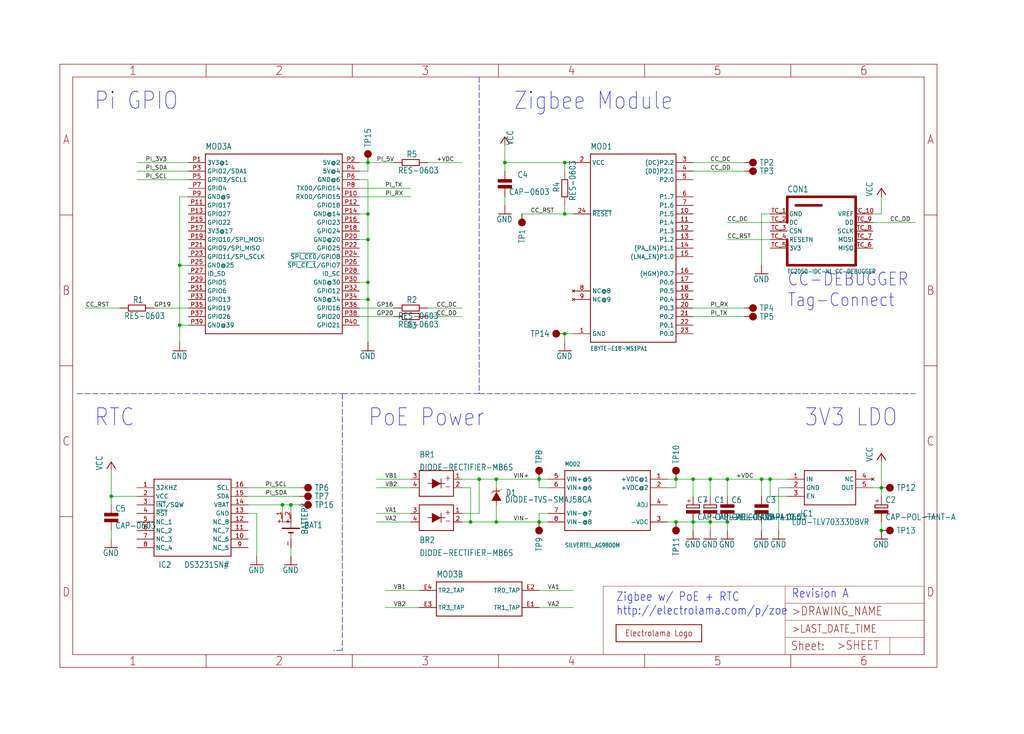
<source format=kicad_sch>
(kicad_sch (version 20211123) (generator eeschema)
  (paper "User" 303.987 217.881)
  (lib_symbols
    (symbol "schematicEagle-eagle-import:A4L-LOC"
      (symbol "A4L-LOC_0_0"
        (polyline (pts (xy 0 44.7675) (xy 3.81 44.7675)))
        (polyline (pts (xy 0 89.535) (xy 3.81 89.535)))
        (polyline (pts (xy 0 134.3025) (xy 3.81 134.3025)))
        (polyline (pts (xy 3.81 3.81) (xy 3.81 175.26)))
        (polyline (pts (xy 43.3917 0) (xy 43.3917 3.81)))
        (polyline (pts (xy 43.3917 175.26) (xy 43.3917 179.07)))
        (polyline (pts (xy 86.7833 0) (xy 86.7833 3.81)))
        (polyline (pts (xy 86.7833 175.26) (xy 86.7833 179.07)))
        (polyline (pts (xy 130.175 0) (xy 130.175 3.81)))
        (polyline (pts (xy 130.175 175.26) (xy 130.175 179.07)))
        (polyline (pts (xy 173.5667 0) (xy 173.5667 3.81)))
        (polyline (pts (xy 173.5667 175.26) (xy 173.5667 179.07)))
        (polyline (pts (xy 216.9583 0) (xy 216.9583 3.81)))
        (polyline (pts (xy 216.9583 175.26) (xy 216.9583 179.07)))
        (polyline (pts (xy 256.54 3.81) (xy 3.81 3.81)))
        (polyline (pts (xy 256.54 3.81) (xy 256.54 175.26)))
        (polyline (pts (xy 256.54 44.7675) (xy 260.35 44.7675)))
        (polyline (pts (xy 256.54 89.535) (xy 260.35 89.535)))
        (polyline (pts (xy 256.54 134.3025) (xy 260.35 134.3025)))
        (polyline (pts (xy 256.54 175.26) (xy 3.81 175.26)))
        (polyline (pts (xy 0 0) (xy 260.35 0) (xy 260.35 179.07) (xy 0 179.07) (xy 0 0)))
        (text "1" (at 21.6958 1.905 0) (effects (font (size 2.54 2.286))))
        (text "1" (at 21.6958 177.165 0) (effects (font (size 2.54 2.286))))
        (text "2" (at 65.0875 1.905 0) (effects (font (size 2.54 2.286))))
        (text "2" (at 65.0875 177.165 0) (effects (font (size 2.54 2.286))))
        (text "3" (at 108.4792 1.905 0) (effects (font (size 2.54 2.286))))
        (text "3" (at 108.4792 177.165 0) (effects (font (size 2.54 2.286))))
        (text "4" (at 151.8708 1.905 0) (effects (font (size 2.54 2.286))))
        (text "4" (at 151.8708 177.165 0) (effects (font (size 2.54 2.286))))
        (text "5" (at 195.2625 1.905 0) (effects (font (size 2.54 2.286))))
        (text "5" (at 195.2625 177.165 0) (effects (font (size 2.54 2.286))))
        (text "6" (at 238.6542 1.905 0) (effects (font (size 2.54 2.286))))
        (text "6" (at 238.6542 177.165 0) (effects (font (size 2.54 2.286))))
        (text "A" (at 1.905 156.6863 0) (effects (font (size 2.54 2.286))))
        (text "A" (at 258.445 156.6863 0) (effects (font (size 2.54 2.286))))
        (text "B" (at 1.905 111.9188 0) (effects (font (size 2.54 2.286))))
        (text "B" (at 258.445 111.9188 0) (effects (font (size 2.54 2.286))))
        (text "C" (at 1.905 67.1513 0) (effects (font (size 2.54 2.286))))
        (text "C" (at 258.445 67.1513 0) (effects (font (size 2.54 2.286))))
        (text "D" (at 1.905 22.3838 0) (effects (font (size 2.54 2.286))))
        (text "D" (at 258.445 22.3838 0) (effects (font (size 2.54 2.286))))
      )
      (symbol "A4L-LOC_1_0"
        (polyline (pts (xy 161.29 3.81) (xy 161.29 24.13)) (stroke (width 0.1016)))
        (polyline (pts (xy 161.29 24.13) (xy 215.265 24.13)) (stroke (width 0.1016)))
        (polyline (pts (xy 215.265 8.89) (xy 215.265 3.81)) (stroke (width 0.1016)))
        (polyline (pts (xy 215.265 8.89) (xy 215.265 13.97)) (stroke (width 0.1016)))
        (polyline (pts (xy 215.265 13.97) (xy 215.265 19.05)) (stroke (width 0.1016)))
        (polyline (pts (xy 215.265 13.97) (xy 256.54 13.97)) (stroke (width 0.1016)))
        (polyline (pts (xy 215.265 19.05) (xy 215.265 24.13)) (stroke (width 0.1016)))
        (polyline (pts (xy 215.265 19.05) (xy 256.54 19.05)) (stroke (width 0.1016)))
        (polyline (pts (xy 215.265 24.13) (xy 256.54 24.13)) (stroke (width 0.1016)))
        (polyline (pts (xy 246.38 3.81) (xy 246.38 8.89)) (stroke (width 0.1016)))
        (polyline (pts (xy 246.38 8.89) (xy 215.265 8.89)) (stroke (width 0.1016)))
        (polyline (pts (xy 246.38 8.89) (xy 256.54 8.89)) (stroke (width 0.1016)))
        (polyline (pts (xy 256.54 3.81) (xy 256.54 8.89)) (stroke (width 0.1016)))
        (polyline (pts (xy 256.54 8.89) (xy 256.54 13.97)) (stroke (width 0.1016)))
        (polyline (pts (xy 256.54 13.97) (xy 256.54 19.05)) (stroke (width 0.1016)))
        (polyline (pts (xy 256.54 19.05) (xy 256.54 24.13)) (stroke (width 0.1016)))
        (text ">DRAWING_NAME" (at 217.17 15.24 0) (effects (font (size 2.54 2.159)) (justify left bottom)))
        (text ">LAST_DATE_TIME" (at 217.17 10.16 0) (effects (font (size 2.286 1.9431)) (justify left bottom)))
        (text ">SHEET" (at 230.505 5.08 0) (effects (font (size 2.54 2.159)) (justify left bottom)))
        (text "Sheet:" (at 216.916 4.953 0) (effects (font (size 2.54 2.159)) (justify left bottom)))
      )
    )
    (symbol "schematicEagle-eagle-import:BATTERY"
      (property "Reference" "BAT" (at -1.27 3.175 0))
      (property "Value" "BATTERY" (at -1.27 -5.08 0))
      (symbol "BATTERY_1_0"
        (polyline (pts (xy -2.54 0) (xy -0.635 0)) (stroke (width 0.1524)))
        (polyline (pts (xy -0.635 0) (xy -0.635 -0.635)) (stroke (width 0.4064)))
        (polyline (pts (xy -0.635 0.635) (xy -0.635 0)) (stroke (width 0.4064)))
        (polyline (pts (xy 0.635 0) (xy 0.635 -2.54)) (stroke (width 0.4064)))
        (polyline (pts (xy 0.635 0) (xy 2.54 0)) (stroke (width 0.1524)))
        (polyline (pts (xy 0.635 2.54) (xy 0.635 0)) (stroke (width 0.4064)))
        (polyline (pts (xy 2.54 0) (xy 2.54 2.54)) (stroke (width 0.1524)))
        (pin passive line (at 5.08 2.54 180) (length 2.54) (name "+1") (number "+_1"))
        (pin passive line (at 5.08 0 180) (length 2.54) (name "+2") (number "+_2"))
        (pin passive line (at -5.08 0 0) (length 2.54) (name "-") (number "-"))
      )
    )
    (symbol "schematicEagle-eagle-import:CAP-0603"
      (property "Reference" "C" (at 1.143 0.4826 0))
      (property "Value" "CAP-0603" (at 1.143 -4.5974 0))
      (symbol "CAP-0603_1_0"
        (rectangle (start -2.032 -2.54) (end 2.032 -1.651) (fill (type outline)))
        (rectangle (start -2.032 -0.7937) (end 2.032 0.0952) (fill (type outline)))
        (pin passive line (at 0 2.54 270) (length 2.54) (name "1") (number "1"))
        (pin passive line (at 0 -5.08 90) (length 2.54) (name "2") (number "2"))
      )
    )
    (symbol "schematicEagle-eagle-import:CAP-POL-ELCO-D8-L10.5"
      (property "Reference" "C" (at 1.143 0.4826 0))
      (property "Value" "CAP-POL-ELCO-D8-L10.5" (at 1.143 -4.5974 0))
      (symbol "CAP-POL-ELCO-D8-L10.5_1_0"
        (rectangle (start -2.032 -2.54) (end 2.032 -1.651) (fill (type outline)))
        (polyline (pts (xy -1.905 -0.889) (xy 1.905 -0.889)) (stroke (width 0.254)))
        (polyline (pts (xy -1.905 0) (xy -1.905 -0.889)) (stroke (width 0.254)))
        (polyline (pts (xy -1.905 0) (xy 1.905 0)) (stroke (width 0.254)))
        (polyline (pts (xy 1.905 -0.889) (xy 1.905 0)) (stroke (width 0.254)))
        (text "+" (at -0.5842 0.4064 900) (effects (font (size 1.27 1.0795)) (justify left bottom)))
        (pin passive line (at 0 2.54 270) (length 2.54) (name "+") (number "+"))
        (pin passive line (at 0 -5.08 90) (length 2.54) (name "-") (number "-"))
      )
    )
    (symbol "schematicEagle-eagle-import:CAP-POL-TANT-A"
      (property "Reference" "C" (at 1.143 0.4826 0))
      (property "Value" "CAP-POL-TANT-A" (at 1.143 -4.5974 0))
      (symbol "CAP-POL-TANT-A_1_0"
        (rectangle (start -2.032 -2.54) (end 2.032 -1.651) (fill (type outline)))
        (polyline (pts (xy -1.905 -0.889) (xy 1.905 -0.889)) (stroke (width 0.254)))
        (polyline (pts (xy -1.905 0) (xy -1.905 -0.889)) (stroke (width 0.254)))
        (polyline (pts (xy -1.905 0) (xy 1.905 0)) (stroke (width 0.254)))
        (polyline (pts (xy 1.905 -0.889) (xy 1.905 0)) (stroke (width 0.254)))
        (text "+" (at -0.5842 0.4064 900) (effects (font (size 1.27 1.0795)) (justify left bottom)))
        (pin passive line (at 0 2.54 270) (length 2.54) (name "+") (number "+"))
        (pin passive line (at 0 -5.08 90) (length 2.54) (name "-") (number "-"))
      )
    )
    (symbol "schematicEagle-eagle-import:DIODE-RECTIFIER-MB6S"
      (property "Reference" "BR" (at -5.08 6.35 0))
      (property "Value" "DIODE-RECTIFIER-MB6S" (at -5.08 -5.08 0))
      (symbol "DIODE-RECTIFIER-MB6S_1_0"
        (polyline (pts (xy -5.08 5.08) (xy -5.08 -2.54)) (stroke (width 0.254)))
        (polyline (pts (xy -5.08 5.08) (xy 5.08 5.08)) (stroke (width 0.254)))
        (polyline (pts (xy -2.54 1.27) (xy 2.54 1.27)) (stroke (width 0.2032)))
        (polyline (pts (xy 1.397 2.667) (xy 1.397 -0.127)) (stroke (width 0.2032)))
        (polyline (pts (xy 5.08 -2.54) (xy -5.08 -2.54)) (stroke (width 0.254)))
        (polyline (pts (xy 5.08 -2.54) (xy 5.08 5.08)) (stroke (width 0.254)))
        (polyline (pts (xy -1.27 2.667) (xy -1.27 -0.127) (xy 1.27 1.27)) (fill (type outline)))
        (text "+" (at 4.445 1.905 0) (effects (font (size 1.778 1.5113)) (justify right bottom)))
        (text "-" (at 4.445 -0.635 0) (effects (font (size 1.778 1.5113)) (justify right bottom)))
        (text "~" (at -4.445 -0.635 0) (effects (font (size 2.286 1.9431)) (justify left bottom)))
        (text "~" (at -4.445 1.905 0) (effects (font (size 2.286 1.9431)) (justify left bottom)))
        (pin bidirectional line (at 7.62 2.54 180) (length 2.54) (name "+") (number "1"))
        (pin bidirectional line (at 7.62 0 180) (length 2.54) (name "-") (number "2"))
        (pin bidirectional line (at -7.62 2.54 0) (length 2.54) (name "~{@3}") (number "3"))
        (pin bidirectional line (at -7.62 0 0) (length 2.54) (name "~{@4}") (number "4"))
      )
    )
    (symbol "schematicEagle-eagle-import:DIODE-TVS-SMAJ58CA"
      (property "Reference" "D" (at -2.3114 2.6416 0))
      (property "Value" "DIODE-TVS-SMAJ58CA" (at -2.5654 -4.4958 0))
      (symbol "DIODE-TVS-SMAJ58CA_1_0"
        (polyline (pts (xy 1.397 -0.889) (xy 1.651 -0.889)) (stroke (width 0.127)))
        (polyline (pts (xy 1.397 0.889) (xy 1.397 -0.889)) (stroke (width 0.127)))
        (polyline (pts (xy 1.397 0.889) (xy 1.651 0.889)) (stroke (width 0.127)))
        (polyline (pts (xy 1.524 0.889) (xy 0.889 1.524)) (stroke (width 0.127)))
        (polyline (pts (xy 1.651 0.889) (xy 1.651 -0.889)) (stroke (width 0.127)))
        (polyline (pts (xy 2.159 -1.524) (xy 1.524 -0.889)) (stroke (width 0.127)))
        (polyline (pts (xy -1.27 1.397) (xy -1.27 -1.397) (xy 1.27 0)) (fill (type outline)))
        (pin passive line (at 2.54 0 180) (length 2.54) (name "C") (number "1"))
        (pin passive line (at -2.54 0 0) (length 2.54) (name "A") (number "2"))
      )
    )
    (symbol "schematicEagle-eagle-import:DS3231SN#"
      (property "Reference" "IC" (at 29.21 7.62 0))
      (property "Value" "DS3231SN#" (at 29.21 5.08 0))
      (symbol "DS3231SN#_1_0"
        (polyline (pts (xy 5.08 2.54) (xy 5.08 -20.32)) (stroke (width 0.254)))
        (polyline (pts (xy 5.08 2.54) (xy 27.94 2.54)) (stroke (width 0.254)))
        (polyline (pts (xy 27.94 -20.32) (xy 5.08 -20.32)) (stroke (width 0.254)))
        (polyline (pts (xy 27.94 -20.32) (xy 27.94 2.54)) (stroke (width 0.254)))
        (pin bidirectional line (at 0 0 0) (length 5.08) (name "32KHZ") (number "1"))
        (pin bidirectional line (at 33.02 -15.24 180) (length 5.08) (name "NC_6") (number "10"))
        (pin bidirectional line (at 33.02 -12.7 180) (length 5.08) (name "NC_7") (number "11"))
        (pin bidirectional line (at 33.02 -10.16 180) (length 5.08) (name "NC_8") (number "12"))
        (pin power_in line (at 33.02 -7.62 180) (length 5.08) (name "GND") (number "13"))
        (pin bidirectional line (at 33.02 -5.08 180) (length 5.08) (name "VBAT") (number "14"))
        (pin bidirectional line (at 33.02 -2.54 180) (length 5.08) (name "SDA") (number "15"))
        (pin bidirectional line (at 33.02 0 180) (length 5.08) (name "SCL") (number "16"))
        (pin power_in line (at 0 -2.54 0) (length 5.08) (name "VCC") (number "2"))
        (pin input line (at 0 -5.08 0) (length 5.08) (name "~{INT}/SQW") (number "3"))
        (pin input line (at 0 -7.62 0) (length 5.08) (name "~{RST}") (number "4"))
        (pin bidirectional line (at 0 -10.16 0) (length 5.08) (name "NC_1") (number "5"))
        (pin bidirectional line (at 0 -12.7 0) (length 5.08) (name "NC_2") (number "6"))
        (pin bidirectional line (at 0 -15.24 0) (length 5.08) (name "NC_3") (number "7"))
        (pin bidirectional line (at 0 -17.78 0) (length 5.08) (name "NC_4") (number "8"))
        (pin bidirectional line (at 33.02 -17.78 180) (length 5.08) (name "NC_5") (number "9"))
      )
    )
    (symbol "schematicEagle-eagle-import:EBYTE-E18-MS1PA1"
      (property "Reference" "MOD" (at -12.7 29.21 0))
      (property "Value" "EBYTE-E18-MS1PA1" (at -12.7 -30.48 0))
      (symbol "EBYTE-E18-MS1PA1_1_0"
        (polyline (pts (xy -12.7 -27.94) (xy 12.7 -27.94)) (stroke (width 0.254)))
        (polyline (pts (xy -12.7 27.94) (xy -12.7 -27.94)) (stroke (width 0.254)))
        (polyline (pts (xy 12.7 -27.94) (xy 12.7 27.94)) (stroke (width 0.254)))
        (polyline (pts (xy 12.7 27.94) (xy -12.7 27.94)) (stroke (width 0.254)))
        (pin power_in line (at -17.78 -25.4 0) (length 5.08) (name "GND") (number "1"))
        (pin bidirectional line (at 17.78 10.16 180) (length 5.08) (name "P1.5") (number "10"))
        (pin bidirectional line (at 17.78 7.62 180) (length 5.08) (name "P1.4") (number "11"))
        (pin bidirectional line (at 17.78 5.08 180) (length 5.08) (name "P1.3") (number "12"))
        (pin bidirectional line (at 17.78 2.54 180) (length 5.08) (name "P1.2") (number "13"))
        (pin output line (at 17.78 0 180) (length 5.08) (name "(PA_EN)P1.1") (number "14"))
        (pin output line (at 17.78 -2.54 180) (length 5.08) (name "(LNA_EN)P1.0") (number "15"))
        (pin output line (at 17.78 -7.62 180) (length 5.08) (name "(HGM)P0.7") (number "16"))
        (pin bidirectional line (at 17.78 -10.16 180) (length 5.08) (name "P0.6") (number "17"))
        (pin bidirectional line (at 17.78 -12.7 180) (length 5.08) (name "P0.5") (number "18"))
        (pin bidirectional line (at 17.78 -15.24 180) (length 5.08) (name "P0.4") (number "19"))
        (pin power_in line (at -17.78 25.4 0) (length 5.08) (name "VCC") (number "2"))
        (pin bidirectional line (at 17.78 -17.78 180) (length 5.08) (name "P0.3") (number "20"))
        (pin bidirectional line (at 17.78 -20.32 180) (length 5.08) (name "P0.2") (number "21"))
        (pin bidirectional line (at 17.78 -22.86 180) (length 5.08) (name "P0.1") (number "22"))
        (pin bidirectional line (at 17.78 -25.4 180) (length 5.08) (name "P0.0") (number "23"))
        (pin input line (at -17.78 10.16 0) (length 5.08) (name "~{RESET}") (number "24"))
        (pin bidirectional line (at 17.78 25.4 180) (length 5.08) (name "(DC)P2.2") (number "3"))
        (pin bidirectional line (at 17.78 22.86 180) (length 5.08) (name "(DD)P2.1") (number "4"))
        (pin bidirectional line (at 17.78 20.32 180) (length 5.08) (name "P2.0") (number "5"))
        (pin bidirectional line (at 17.78 15.24 180) (length 5.08) (name "P1.7") (number "6"))
        (pin bidirectional line (at 17.78 12.7 180) (length 5.08) (name "P1.6") (number "7"))
        (pin no_connect line (at -17.78 -12.7 0) (length 5.08) (name "NC@8") (number "8"))
        (pin no_connect line (at -17.78 -15.24 0) (length 5.08) (name "NC@9") (number "9"))
      )
    )
    (symbol "schematicEagle-eagle-import:GND" (power)
      (property "Value" "GND" (at -2.54 -2.54 0))
      (symbol "GND_1_0"
        (polyline (pts (xy -1.905 0) (xy 1.905 0)) (stroke (width 0.254)))
        (pin power_in line (at 0 2.54 270) (length 2.54) (name "GND") (number "1"))
      )
    )
    (symbol "schematicEagle-eagle-import:LDO-TLV70333DBVR"
      (property "Reference" "IC" (at 21.59 7.62 0))
      (property "Value" "LDO-TLV70333DBVR" (at 21.59 5.08 0))
      (symbol "LDO-TLV70333DBVR_1_0"
        (polyline (pts (xy 5.08 2.54) (xy 5.08 -7.62)) (stroke (width 0.254)))
        (polyline (pts (xy 5.08 2.54) (xy 20.32 2.54)) (stroke (width 0.254)))
        (polyline (pts (xy 20.32 -7.62) (xy 5.08 -7.62)) (stroke (width 0.254)))
        (polyline (pts (xy 20.32 -7.62) (xy 20.32 2.54)) (stroke (width 0.254)))
        (pin bidirectional line (at 0 0 0) (length 5.08) (name "IN") (number "1"))
        (pin bidirectional line (at 0 -2.54 0) (length 5.08) (name "GND") (number "2"))
        (pin bidirectional line (at 0 -5.08 0) (length 5.08) (name "EN") (number "3"))
        (pin no_connect line (at 25.4 0 180) (length 5.08) (name "NC") (number "4"))
        (pin bidirectional line (at 25.4 -2.54 180) (length 5.08) (name "OUT") (number "5"))
      )
    )
    (symbol "schematicEagle-eagle-import:LOGO-ELECTROLAMA"
      (symbol "LOGO-ELECTROLAMA_1_0"
        (polyline (pts (xy -12.7 -2.54) (xy 12.7 -2.54)) (stroke (width 0.254)))
        (polyline (pts (xy -12.7 2.54) (xy -12.7 -2.54)) (stroke (width 0.254)))
        (polyline (pts (xy 12.7 -2.54) (xy 12.7 2.54)) (stroke (width 0.254)))
        (polyline (pts (xy 12.7 2.54) (xy -12.7 2.54)) (stroke (width 0.254)))
        (text "Electrolama Logo" (at 0 0 0) (effects (font (size 1.778 1.5113))))
      )
    )
    (symbol "schematicEagle-eagle-import:RES-0603"
      (property "Reference" "R" (at -3.81 1.4986 0))
      (property "Value" "RES-0603" (at -3.81 -3.302 0))
      (symbol "RES-0603_1_0"
        (polyline (pts (xy -2.54 -0.889) (xy -2.54 0.889)) (stroke (width 0.254)))
        (polyline (pts (xy -2.54 -0.889) (xy 2.54 -0.889)) (stroke (width 0.254)))
        (polyline (pts (xy 2.54 -0.889) (xy 2.54 0.889)) (stroke (width 0.254)))
        (polyline (pts (xy 2.54 0.889) (xy -2.54 0.889)) (stroke (width 0.254)))
        (pin passive line (at -5.08 0 0) (length 2.54) (name "1") (number "1"))
        (pin passive line (at 5.08 0 180) (length 2.54) (name "2") (number "2"))
      )
    )
    (symbol "schematicEagle-eagle-import:RPI-HAT-FULL"
      (property "Reference" "MOD" (at -12.7 6.35 0))
      (symbol "RPI-HAT-FULL_1_0"
        (polyline (pts (xy -20.32 -27.94) (xy 20.32 -27.94)) (stroke (width 0.254)))
        (polyline (pts (xy -20.32 25.4) (xy -20.32 -27.94)) (stroke (width 0.254)))
        (polyline (pts (xy 20.32 -27.94) (xy 20.32 25.4)) (stroke (width 0.254)))
        (polyline (pts (xy 20.32 25.4) (xy -20.32 25.4)) (stroke (width 0.254)))
        (pin bidirectional line (at -25.4 22.86 0) (length 5.08) (name "3V3@1") (number "P1"))
        (pin bidirectional line (at 25.4 12.7 180) (length 5.08) (name "RXD0/GPIO15") (number "P10"))
        (pin bidirectional line (at -25.4 10.16 0) (length 5.08) (name "GPIO17") (number "P11"))
        (pin bidirectional line (at 25.4 10.16 180) (length 5.08) (name "GPIO18") (number "P12"))
        (pin bidirectional line (at -25.4 7.62 0) (length 5.08) (name "GPIO27") (number "P13"))
        (pin bidirectional line (at 25.4 7.62 180) (length 5.08) (name "GND@14") (number "P14"))
        (pin bidirectional line (at -25.4 5.08 0) (length 5.08) (name "GPIO22") (number "P15"))
        (pin bidirectional line (at 25.4 5.08 180) (length 5.08) (name "GPIO23") (number "P16"))
        (pin bidirectional line (at -25.4 2.54 0) (length 5.08) (name "3V3@17") (number "P17"))
        (pin bidirectional line (at 25.4 2.54 180) (length 5.08) (name "GPIO24") (number "P18"))
        (pin bidirectional line (at -25.4 0 0) (length 5.08) (name "GPIO10/SPI_MOSI") (number "P19"))
        (pin bidirectional line (at 25.4 22.86 180) (length 5.08) (name "5V@2") (number "P2"))
        (pin bidirectional line (at 25.4 0 180) (length 5.08) (name "GND@20") (number "P20"))
        (pin bidirectional line (at -25.4 -2.54 0) (length 5.08) (name "GPIO9/SPI_MISO") (number "P21"))
        (pin bidirectional line (at 25.4 -2.54 180) (length 5.08) (name "GPIO25") (number "P22"))
        (pin bidirectional line (at -25.4 -5.08 0) (length 5.08) (name "GPIO11/SPI_SCLK") (number "P23"))
        (pin bidirectional line (at 25.4 -5.08 180) (length 5.08) (name "~{SPI_CE0}/GPIO8") (number "P24"))
        (pin bidirectional line (at -25.4 -7.62 0) (length 5.08) (name "GND@25") (number "P25"))
        (pin bidirectional line (at 25.4 -7.62 180) (length 5.08) (name "~{SPI_CE_1}/GPIO7") (number "P26"))
        (pin bidirectional line (at -25.4 -10.16 0) (length 5.08) (name "ID_SD") (number "P27"))
        (pin bidirectional line (at 25.4 -10.16 180) (length 5.08) (name "ID_SC") (number "P28"))
        (pin bidirectional line (at -25.4 -12.7 0) (length 5.08) (name "GPIO5") (number "P29"))
        (pin bidirectional line (at -25.4 20.32 0) (length 5.08) (name "GPIO2/SDA1") (number "P3"))
        (pin bidirectional line (at 25.4 -12.7 180) (length 5.08) (name "GND@30") (number "P30"))
        (pin bidirectional line (at -25.4 -15.24 0) (length 5.08) (name "GPIO6") (number "P31"))
        (pin bidirectional line (at 25.4 -15.24 180) (length 5.08) (name "GPIO12") (number "P32"))
        (pin bidirectional line (at -25.4 -17.78 0) (length 5.08) (name "GPIO13") (number "P33"))
        (pin bidirectional line (at 25.4 -17.78 180) (length 5.08) (name "GND@34") (number "P34"))
        (pin bidirectional line (at -25.4 -20.32 0) (length 5.08) (name "GPIO19") (number "P35"))
        (pin bidirectional line (at 25.4 -20.32 180) (length 5.08) (name "GPIO16") (number "P36"))
        (pin bidirectional line (at -25.4 -22.86 0) (length 5.08) (name "GPIO26") (number "P37"))
        (pin bidirectional line (at 25.4 -22.86 180) (length 5.08) (name "GPIO20") (number "P38"))
        (pin bidirectional line (at -25.4 -25.4 0) (length 5.08) (name "GND@39") (number "P39"))
        (pin bidirectional line (at 25.4 20.32 180) (length 5.08) (name "5V@4") (number "P4"))
        (pin bidirectional line (at 25.4 -25.4 180) (length 5.08) (name "GPIO21") (number "P40"))
        (pin bidirectional line (at -25.4 17.78 0) (length 5.08) (name "GPIO3/SCL1") (number "P5"))
        (pin bidirectional line (at 25.4 17.78 180) (length 5.08) (name "GND@6") (number "P6"))
        (pin bidirectional line (at -25.4 15.24 0) (length 5.08) (name "GPIO4") (number "P7"))
        (pin bidirectional line (at 25.4 15.24 180) (length 5.08) (name "TXD0/GPIO14") (number "P8"))
        (pin bidirectional line (at -25.4 12.7 0) (length 5.08) (name "GND@9") (number "P9"))
      )
      (symbol "RPI-HAT-FULL_2_0"
        (polyline (pts (xy -12.7 -5.08) (xy 12.7 -5.08)) (stroke (width 0.254)))
        (polyline (pts (xy -12.7 5.08) (xy -12.7 -5.08)) (stroke (width 0.254)))
        (polyline (pts (xy 12.7 -5.08) (xy 12.7 5.08)) (stroke (width 0.254)))
        (polyline (pts (xy 12.7 5.08) (xy -12.7 5.08)) (stroke (width 0.254)))
        (pin bidirectional line (at 17.78 -2.54 180) (length 5.08) (name "TR1_TAP") (number "E1"))
        (pin bidirectional line (at 17.78 2.54 180) (length 5.08) (name "TR0_TAP") (number "E2"))
        (pin bidirectional line (at -17.78 -2.54 0) (length 5.08) (name "TR3_TAP") (number "E3"))
        (pin bidirectional line (at -17.78 2.54 0) (length 5.08) (name "TR2_TAP") (number "E4"))
      )
    )
    (symbol "schematicEagle-eagle-import:SILVERTEL_AG9800M"
      (property "Reference" "MOD" (at -12.7 11.43 0))
      (property "Value" "SILVERTEL_AG9800M" (at -12.7 -10.16 0))
      (symbol "SILVERTEL_AG9800M_1_0"
        (polyline (pts (xy -12.7 -7.62) (xy 12.7 -7.62)) (stroke (width 0.254)))
        (polyline (pts (xy -12.7 10.16) (xy -12.7 -7.62)) (stroke (width 0.254)))
        (polyline (pts (xy 12.7 -7.62) (xy 12.7 10.16)) (stroke (width 0.254)))
        (polyline (pts (xy 12.7 10.16) (xy -12.7 10.16)) (stroke (width 0.254)))
        (pin bidirectional line (at 17.78 7.62 180) (length 5.08) (name "+VDC@1") (number "1"))
        (pin bidirectional line (at 17.78 5.08 180) (length 5.08) (name "+VDC@2") (number "2"))
        (pin bidirectional line (at 17.78 -5.08 180) (length 5.08) (name "-VDC") (number "3"))
        (pin bidirectional line (at 17.78 0 180) (length 5.08) (name "ADJ") (number "4"))
        (pin bidirectional line (at -17.78 7.62 0) (length 5.08) (name "VIN+@5") (number "5"))
        (pin bidirectional line (at -17.78 5.08 0) (length 5.08) (name "VIN+@6") (number "6"))
        (pin bidirectional line (at -17.78 -2.54 0) (length 5.08) (name "VIN-@7") (number "7"))
        (pin bidirectional line (at -17.78 -5.08 0) (length 5.08) (name "VIN-@8") (number "8"))
      )
    )
    (symbol "schematicEagle-eagle-import:TC2050-IDC-NL_CC-DEBUGGER"
      (property "Reference" "CON" (at -10.16 11.43 0))
      (property "Value" "TC2050-IDC-NL_CC-DEBUGGER" (at -10.16 -12.7 0))
      (symbol "TC2050-IDC-NL_CC-DEBUGGER_1_0"
        (polyline (pts (xy -10.16 -10.16) (xy 10.16 -10.16)) (stroke (width 0.762)))
        (polyline (pts (xy -10.16 -2.54) (xy -10.16 -10.16)) (stroke (width 0.762)))
        (polyline (pts (xy -10.16 10.16) (xy -10.16 2.54)) (stroke (width 0.762)))
        (polyline (pts (xy 0 7.62) (xy -7.62 7.62)) (stroke (width 0.762)))
        (polyline (pts (xy 10.16 -10.16) (xy 10.16 10.16)) (stroke (width 0.762)))
        (polyline (pts (xy 10.16 10.16) (xy -10.16 10.16)) (stroke (width 0.762)))
        (pin bidirectional line (at -15.24 5.08 0) (length 5.08) (name "GND") (number "TC_1"))
        (pin bidirectional line (at 15.24 5.08 180) (length 5.08) (name "VREF") (number "TC_10"))
        (pin bidirectional line (at -15.24 2.54 0) (length 5.08) (name "DC") (number "TC_2"))
        (pin bidirectional line (at -15.24 0 0) (length 5.08) (name "CSN") (number "TC_3"))
        (pin bidirectional line (at -15.24 -2.54 0) (length 5.08) (name "RESETN") (number "TC_4"))
        (pin bidirectional line (at -15.24 -5.08 0) (length 5.08) (name "3V3") (number "TC_5"))
        (pin bidirectional line (at 15.24 -5.08 180) (length 5.08) (name "MISO") (number "TC_6"))
        (pin bidirectional line (at 15.24 -2.54 180) (length 5.08) (name "MOSI") (number "TC_7"))
        (pin bidirectional line (at 15.24 0 180) (length 5.08) (name "SCLK") (number "TC_8"))
        (pin bidirectional line (at 15.24 2.54 180) (length 5.08) (name "DD") (number "TC_9"))
      )
    )
    (symbol "schematicEagle-eagle-import:TP"
      (property "Reference" "TP" (at 1.905 0 0))
      (symbol "TP_1_0"
        (circle (center 0 0) (radius 0.127) (stroke (width 0.635)))
        (circle (center 0 0) (radius 0.635) (stroke (width 0.635)))
        (circle (center 0 0) (radius 1.016) (stroke (width 0.254)))
        (pin bidirectional line (at -2.54 0 0) (length 2.54) (name "TP") (number "TP"))
      )
    )
    (symbol "schematicEagle-eagle-import:VCC" (power)
      (property "Value" "VCC" (at -2.54 -2.54 90))
      (symbol "VCC_1_0"
        (polyline (pts (xy 0 0) (xy -1.27 -1.905)) (stroke (width 0.254)))
        (polyline (pts (xy 1.27 -1.905) (xy 0 0)) (stroke (width 0.254)))
        (pin power_in line (at 0 -2.54 90) (length 2.54) (name "VCC") (number "1"))
      )
    )
  )
  (junction (at 33.02 147.32))
  (junction (at 200.66 142.24))
  (junction (at 86.36 149.86))
  (junction (at 109.22 83.82))
  (junction (at 53.34 96.52))
  (junction (at 215.9 142.24))
  (junction (at 139.7 154.94))
  (junction (at 167.64 48.26))
  (junction (at 160.02 142.24))
  (junction (at 200.66 154.94))
  (junction (at 228.6 142.24))
  (junction (at 261.62 144.78))
  (junction (at 109.22 63.5))
  (junction (at 215.9 154.94))
  (junction (at 109.22 88.9))
  (junction (at 160.02 154.94))
  (junction (at 167.64 99.06))
  (junction (at 167.64 63.5))
  (junction (at 210.82 142.24))
  (junction (at 147.32 142.24))
  (junction (at 83.82 149.86))
  (junction (at 261.62 157.48))
  (junction (at 147.32 154.94))
  (junction (at 53.34 78.74))
  (junction (at 205.74 154.94))
  (junction (at 205.74 142.24))
  (junction (at 109.22 48.26))
  (junction (at 109.22 71.12))
  (junction (at 149.86 48.26))
  (junction (at 226.06 142.24))
  (junction (at 210.82 154.94))
  (junction (at 142.24 142.24))
  (wire (pts (xy 170.18 48.26) (xy 167.64 48.26)))
  (wire (pts (xy 228.6 71.12) (xy 215.9 71.12)))
  (wire (pts (xy 231.14 144.78) (xy 231.14 157.48)))
  (wire (pts (xy 147.32 154.94) (xy 139.7 154.94)))
  (wire (pts (xy 124.46 180.34) (xy 114.3 180.34)))
  (wire (pts (xy 261.62 137.16) (xy 261.62 144.78)))
  (wire (pts (xy 53.34 58.42) (xy 53.34 78.74)))
  (wire (pts (xy 109.22 63.5) (xy 109.22 71.12)))
  (wire (pts (xy 259.08 66.04) (xy 271.78 66.04)))
  (wire (pts (xy 205.74 50.8) (xy 220.98 50.8)))
  (wire (pts (xy 149.86 60.96) (xy 149.86 58.42)))
  (wire (pts (xy 215.9 147.32) (xy 215.9 142.24)))
  (wire (pts (xy 40.64 147.32) (xy 33.02 147.32)))
  (wire (pts (xy 160.02 154.94) (xy 162.56 154.94)))
  (wire (pts (xy 109.22 71.12) (xy 109.22 83.82)))
  (wire (pts (xy 83.82 149.86) (xy 86.36 149.86)))
  (wire (pts (xy 215.9 154.94) (xy 215.9 157.48)))
  (wire (pts (xy 106.68 71.12) (xy 109.22 71.12)))
  (wire (pts (xy 33.02 147.32) (xy 33.02 149.86)))
  (wire (pts (xy 210.82 154.94) (xy 215.9 154.94)))
  (polyline (pts (xy 101.6 193.04) (xy 99.06 193.04)))
  (wire (pts (xy 160.02 175.26) (xy 170.18 175.26)))
  (wire (pts (xy 73.66 147.32) (xy 88.9 147.32)))
  (polyline (pts (xy 101.6 116.84) (xy 101.6 193.04)))
  (wire (pts (xy 73.66 144.78) (xy 88.9 144.78)))
  (wire (pts (xy 147.32 149.86) (xy 147.32 154.94)))
  (wire (pts (xy 53.34 96.52) (xy 53.34 101.6)))
  (wire (pts (xy 167.64 63.5) (xy 154.94 63.5)))
  (wire (pts (xy 106.68 50.8) (xy 109.22 50.8)))
  (wire (pts (xy 205.74 142.24) (xy 210.82 142.24)))
  (wire (pts (xy 205.74 147.32) (xy 205.74 142.24)))
  (wire (pts (xy 106.68 63.5) (xy 109.22 63.5)))
  (wire (pts (xy 259.08 144.78) (xy 261.62 144.78)))
  (wire (pts (xy 198.12 142.24) (xy 200.66 142.24)))
  (wire (pts (xy 106.68 91.44) (xy 116.84 91.44)))
  (wire (pts (xy 261.62 157.48) (xy 261.62 154.94)))
  (wire (pts (xy 228.6 66.04) (xy 215.9 66.04)))
  (wire (pts (xy 226.06 142.24) (xy 226.06 147.32)))
  (wire (pts (xy 226.06 157.48) (xy 226.06 154.94)))
  (wire (pts (xy 137.16 144.78) (xy 139.7 144.78)))
  (wire (pts (xy 162.56 152.4) (xy 160.02 152.4)))
  (wire (pts (xy 167.64 48.26) (xy 149.86 48.26)))
  (wire (pts (xy 73.66 152.4) (xy 76.2 152.4)))
  (wire (pts (xy 35.56 91.44) (xy 25.4 91.44)))
  (wire (pts (xy 198.12 144.78) (xy 200.66 144.78)))
  (wire (pts (xy 210.82 147.32) (xy 210.82 142.24)))
  (wire (pts (xy 86.36 162.56) (xy 86.36 165.1)))
  (wire (pts (xy 55.88 96.52) (xy 53.34 96.52)))
  (wire (pts (xy 200.66 144.78) (xy 200.66 142.24)))
  (wire (pts (xy 167.64 60.96) (xy 167.64 63.5)))
  (wire (pts (xy 73.66 149.86) (xy 83.82 149.86)))
  (wire (pts (xy 127 91.44) (xy 137.16 91.44)))
  (wire (pts (xy 106.68 53.34) (xy 109.22 53.34)))
  (wire (pts (xy 228.6 63.5) (xy 226.06 63.5)))
  (polyline (pts (xy 142.24 116.84) (xy 271.78 116.84)))
  (wire (pts (xy 142.24 152.4) (xy 142.24 142.24)))
  (wire (pts (xy 106.68 88.9) (xy 109.22 88.9)))
  (wire (pts (xy 160.02 180.34) (xy 170.18 180.34)))
  (wire (pts (xy 149.86 48.26) (xy 149.86 43.18)))
  (wire (pts (xy 55.88 91.44) (xy 45.72 91.44)))
  (wire (pts (xy 233.68 147.32) (xy 228.6 147.32)))
  (wire (pts (xy 259.08 63.5) (xy 261.62 63.5)))
  (wire (pts (xy 109.22 48.26) (xy 116.84 48.26)))
  (wire (pts (xy 121.92 144.78) (xy 111.76 144.78)))
  (wire (pts (xy 167.64 99.06) (xy 167.64 101.6)))
  (wire (pts (xy 121.92 154.94) (xy 111.76 154.94)))
  (wire (pts (xy 170.18 99.06) (xy 167.64 99.06)))
  (wire (pts (xy 106.68 83.82) (xy 109.22 83.82)))
  (wire (pts (xy 261.62 147.32) (xy 261.62 144.78)))
  (wire (pts (xy 142.24 142.24) (xy 147.32 142.24)))
  (wire (pts (xy 86.36 149.86) (xy 86.36 152.4)))
  (wire (pts (xy 160.02 144.78) (xy 160.02 142.24)))
  (wire (pts (xy 109.22 48.26) (xy 106.68 48.26)))
  (wire (pts (xy 147.32 144.78) (xy 147.32 142.24)))
  (wire (pts (xy 124.46 175.26) (xy 114.3 175.26)))
  (wire (pts (xy 121.92 142.24) (xy 111.76 142.24)))
  (wire (pts (xy 205.74 93.98) (xy 220.98 93.98)))
  (wire (pts (xy 233.68 142.24) (xy 228.6 142.24)))
  (wire (pts (xy 205.74 154.94) (xy 205.74 157.48)))
  (wire (pts (xy 76.2 152.4) (xy 76.2 165.1)))
  (wire (pts (xy 127 48.26) (xy 137.16 48.26)))
  (wire (pts (xy 106.68 58.42) (xy 121.92 58.42)))
  (wire (pts (xy 106.68 93.98) (xy 116.84 93.98)))
  (wire (pts (xy 210.82 154.94) (xy 210.82 157.48)))
  (wire (pts (xy 228.6 147.32) (xy 228.6 142.24)))
  (wire (pts (xy 160.02 142.24) (xy 162.56 142.24)))
  (wire (pts (xy 200.66 142.24) (xy 205.74 142.24)))
  (wire (pts (xy 261.62 63.5) (xy 261.62 58.42)))
  (wire (pts (xy 109.22 53.34) (xy 109.22 63.5)))
  (wire (pts (xy 33.02 147.32) (xy 33.02 139.7)))
  (wire (pts (xy 33.02 157.48) (xy 33.02 160.02)))
  (polyline (pts (xy 101.6 116.84) (xy 142.24 116.84)))
  (wire (pts (xy 53.34 78.74) (xy 53.34 96.52)))
  (wire (pts (xy 170.18 63.5) (xy 167.64 63.5)))
  (wire (pts (xy 226.06 63.5) (xy 226.06 78.74)))
  (wire (pts (xy 167.64 50.8) (xy 167.64 48.26)))
  (wire (pts (xy 137.16 142.24) (xy 142.24 142.24)))
  (wire (pts (xy 205.74 91.44) (xy 220.98 91.44)))
  (wire (pts (xy 228.6 142.24) (xy 226.06 142.24)))
  (wire (pts (xy 88.9 149.86) (xy 86.36 149.86)))
  (wire (pts (xy 198.12 154.94) (xy 200.66 154.94)))
  (wire (pts (xy 55.88 58.42) (xy 53.34 58.42)))
  (wire (pts (xy 139.7 144.78) (xy 139.7 154.94)))
  (wire (pts (xy 210.82 142.24) (xy 215.9 142.24)))
  (wire (pts (xy 109.22 88.9) (xy 109.22 101.6)))
  (polyline (pts (xy 22.86 116.84) (xy 101.6 116.84)))
  (wire (pts (xy 149.86 48.26) (xy 149.86 50.8)))
  (wire (pts (xy 160.02 154.94) (xy 147.32 154.94)))
  (wire (pts (xy 127 93.98) (xy 137.16 93.98)))
  (wire (pts (xy 106.68 55.88) (xy 121.92 55.88)))
  (wire (pts (xy 55.88 53.34) (xy 40.64 53.34)))
  (wire (pts (xy 200.66 154.94) (xy 205.74 154.94)))
  (wire (pts (xy 55.88 78.74) (xy 53.34 78.74)))
  (wire (pts (xy 147.32 142.24) (xy 160.02 142.24)))
  (wire (pts (xy 137.16 152.4) (xy 142.24 152.4)))
  (wire (pts (xy 55.88 50.8) (xy 40.64 50.8)))
  (wire (pts (xy 215.9 142.24) (xy 226.06 142.24)))
  (wire (pts (xy 233.68 144.78) (xy 231.14 144.78)))
  (wire (pts (xy 205.74 154.94) (xy 210.82 154.94)))
  (wire (pts (xy 162.56 144.78) (xy 160.02 144.78)))
  (wire (pts (xy 83.82 149.86) (xy 83.82 152.4)))
  (wire (pts (xy 109.22 50.8) (xy 109.22 48.26)))
  (wire (pts (xy 205.74 48.26) (xy 220.98 48.26)))
  (polyline (pts (xy 142.24 22.86) (xy 142.24 116.84)))
  (wire (pts (xy 55.88 48.26) (xy 40.64 48.26)))
  (wire (pts (xy 139.7 154.94) (xy 137.16 154.94)))
  (wire (pts (xy 109.22 83.82) (xy 109.22 88.9)))
  (wire (pts (xy 160.02 152.4) (xy 160.02 154.94)))
  (wire (pts (xy 121.92 152.4) (xy 111.76 152.4)))
  (text "Zigbee w/ PoE + RTC\nhttp://electrolama.com/p/zoe" (at 182.88 182.88 180) (effects (font (size 2.54 2.159)) (justify left bottom)))
  (text "CC-DEBUGGER\nTag-Connect" (at 233.68 91.44 180) (effects (font (size 3.81 3.2385)) (justify left bottom)))
  (text "RTC" (at 27.94 127 180) (effects (font (size 5.08 4.318)) (justify left bottom)))
  (text "Zigbee Module" (at 152.4 33.02 180) (effects (font (size 5.08 4.318)) (justify left bottom)))
  (text "Revision A" (at 234.95 177.8 180) (effects (font (size 2.54 2.159)) (justify left bottom)))
  (text "3V3 LDO" (at 238.76 127 180) (effects (font (size 5.08 4.318)) (justify left bottom)))
  (text "Pi GPIO" (at 27.94 33.02 180) (effects (font (size 5.08 4.318)) (justify left bottom)))
  (text "PoE Power" (at 109.22 127 180) (effects (font (size 5.08 4.318)) (justify left bottom)))
  (label "PI_SDA" (at 43.18 50.8 0) (effects (font (size 1.2446 1.2446))))
  (label "+VDC" (at 129.54 48.26 0) (effects (font (size 1.2446 1.2446))))
  (label "CC_RST" (at 157.48 63.5 0) (effects (font (size 1.2446 1.2446))))
  (label "PI_SDA" (at 78.74 147.32 0) (effects (font (size 1.2446 1.2446))))
  (label "GP16" (at 111.76 91.44 0) (effects (font (size 1.2446 1.2446))))
  (label "PI_RX" (at 114.3 58.42 0) (effects (font (size 1.2446 1.2446))))
  (label "PI_5V" (at 111.76 48.26 0) (effects (font (size 1.2446 1.2446))))
  (label "VIN-" (at 152.4 154.94 0) (effects (font (size 1.2446 1.2446))))
  (label "PI_SCL" (at 78.74 144.78 0) (effects (font (size 1.2446 1.2446))))
  (label "PI_3V3" (at 43.18 48.26 0) (effects (font (size 1.2446 1.2446))))
  (label "CC_DC" (at 129.54 91.44 0) (effects (font (size 1.2446 1.2446))))
  (label "CC_RST" (at 215.9 71.12 0) (effects (font (size 1.2446 1.2446))))
  (label "+VDC" (at 218.44 142.24 0) (effects (font (size 1.2446 1.2446))))
  (label "VA2" (at 114.3 154.94 0) (effects (font (size 1.2446 1.2446))))
  (label "VA2" (at 162.56 180.34 0) (effects (font (size 1.2446 1.2446))))
  (label "VB1" (at 114.3 142.24 0) (effects (font (size 1.2446 1.2446))))
  (label "VA1" (at 162.56 175.26 0) (effects (font (size 1.2446 1.2446))))
  (label "VB1" (at 116.84 175.26 0) (effects (font (size 1.2446 1.2446))))
  (label "CC_DC" (at 215.9 66.04 0) (effects (font (size 1.2446 1.2446))))
  (label "CC_DC" (at 210.82 48.26 0) (effects (font (size 1.2446 1.2446))))
  (label "CC_DD" (at 129.54 93.98 0) (effects (font (size 1.2446 1.2446))))
  (label "CC_RST" (at 25.4 91.44 0) (effects (font (size 1.2446 1.2446))))
  (label "VA1" (at 114.3 152.4 0) (effects (font (size 1.2446 1.2446))))
  (label "VB2" (at 116.84 180.34 0) (effects (font (size 1.2446 1.2446))))
  (label "VB2" (at 114.3 144.78 0) (effects (font (size 1.2446 1.2446))))
  (label "PI_SCL" (at 43.18 53.34 0) (effects (font (size 1.2446 1.2446))))
  (label "CC_DD" (at 210.82 50.8 0) (effects (font (size 1.2446 1.2446))))
  (label "PI_TX" (at 114.3 55.88 0) (effects (font (size 1.2446 1.2446))))
  (label "GP20" (at 111.76 93.98 0) (effects (font (size 1.2446 1.2446))))
  (label "PI_TX" (at 210.82 93.98 0) (effects (font (size 1.2446 1.2446))))
  (label "PI_RX" (at 210.82 91.44 0) (effects (font (size 1.2446 1.2446))))
  (label "GP19" (at 45.72 91.44 0) (effects (font (size 1.2446 1.2446))))
  (label "VIN+" (at 152.4 142.24 0) (effects (font (size 1.2446 1.2446))))
  (label "CC_DD" (at 264.16 66.04 0) (effects (font (size 1.2446 1.2446))))
  (symbol (lib_id "schematicEagle-eagle-import:TP") (at 91.44 149.86 0) (unit 1)
    (property "Reference" "TP16" (at 93.345 149.86 0) (effects (font (size 1.778 1.5113)) (justify left)))
    (property "Value" "TP" (effects hide))
    (property "Footprint" "schematicEagle:TP" (effects hide))
  )
  (symbol (lib_id "schematicEagle-eagle-import:RES-0603") (at 167.64 55.88 90) (unit 1)
    (property "Reference" "R4" (at 166.1414 57.15 0) (effects (font (size 1.778 1.5113)) (justify left bottom)))
    (property "Value" "RES-0603" (at 170.942 59.69 0) (effects (font (size 1.778 1.5113)) (justify left bottom)))
    (property "Footprint" "schematicEagle:_PKG_C_0603" (effects hide))
  )
  (symbol (lib_id "schematicEagle-eagle-import:RPI-HAT-FULL") (at 81.28 71.12 0) (unit 1)
    (property "Reference" "MOD3" (at 60.96 44.45 0) (effects (font (size 1.778 1.5113)) (justify left bottom)))
    (property "Value" "RPI-HAT-FULL" (effects hide))
    (property "Footprint" "schematicEagle:RPI-HAT-FULL" (effects hide))
  )
  (symbol (lib_id "schematicEagle-eagle-import:DS3231SN#") (at 40.64 144.78 0) (unit 1)
    (property "Reference" "IC2" (at 46.99 167.64 0) (effects (font (size 1.778 1.5113)) (justify left)))
    (property "Value" "DS3231SN#" (at 54.61 167.64 0) (effects (font (size 1.778 1.5113)) (justify left)))
    (property "Footprint" "schematicEagle:SOIC127P1032X265-16N" (effects hide))
  )
  (symbol (lib_id "schematicEagle-eagle-import:CAP-POL-TANT-A") (at 261.62 149.86 0) (unit 1)
    (property "Reference" "C2" (at 262.763 149.3774 0) (effects (font (size 1.778 1.5113)) (justify left bottom)))
    (property "Value" "CAP-POL-TANT-A" (at 262.763 154.4574 0) (effects (font (size 1.778 1.5113)) (justify left bottom)))
    (property "Footprint" "schematicEagle:_CAP_TANT_A_3216-18R" (effects hide))
  )
  (symbol (lib_id "schematicEagle-eagle-import:TP") (at 109.22 45.72 90) (unit 1)
    (property "Reference" "TP15" (at 109.22 43.815 0) (effects (font (size 1.778 1.5113)) (justify left)))
    (property "Value" "TP" (effects hide))
    (property "Footprint" "schematicEagle:TP" (effects hide))
  )
  (symbol (lib_id "schematicEagle-eagle-import:VCC") (at 33.02 137.16 0) (unit 1)
    (property "Reference" "#P+3" (effects hide))
    (property "Value" "VCC" (at 30.48 139.7 90) (effects (font (size 1.778 1.5113)) (justify left bottom)))
    (property "Footprint" "schematicEagle:" (effects hide))
  )
  (symbol (lib_id "schematicEagle-eagle-import:VCC") (at 261.62 55.88 0) (unit 1)
    (property "Reference" "#P+4" (effects hide))
    (property "Value" "VCC" (at 259.08 58.42 90) (effects (font (size 1.778 1.5113)) (justify left bottom)))
    (property "Footprint" "schematicEagle:" (effects hide))
  )
  (symbol (lib_id "schematicEagle-eagle-import:TP") (at 91.44 144.78 0) (unit 1)
    (property "Reference" "TP6" (at 93.345 144.78 0) (effects (font (size 1.778 1.5113)) (justify left)))
    (property "Value" "TP" (effects hide))
    (property "Footprint" "schematicEagle:TP" (effects hide))
  )
  (symbol (lib_id "schematicEagle-eagle-import:RES-0603") (at 121.92 91.44 0) (unit 1)
    (property "Reference" "R2" (at 120.65 89.9414 0) (effects (font (size 1.778 1.5113)) (justify left bottom)))
    (property "Value" "RES-0603" (at 118.11 94.742 0) (effects (font (size 1.778 1.5113)) (justify left bottom)))
    (property "Footprint" "schematicEagle:_PKG_C_0603" (effects hide))
  )
  (symbol (lib_id "schematicEagle-eagle-import:CAP-0603") (at 226.06 149.86 0) (unit 1)
    (property "Reference" "C3" (at 227.203 149.3774 0) (effects (font (size 1.778 1.5113)) (justify left bottom)))
    (property "Value" "CAP-0603" (at 227.203 154.4574 0) (effects (font (size 1.778 1.5113)) (justify left bottom)))
    (property "Footprint" "schematicEagle:_PKG_C_0603" (effects hide))
  )
  (symbol (lib_id "schematicEagle-eagle-import:LDO-TLV70333DBVR") (at 233.68 142.24 0) (unit 1)
    (property "Reference" "IC1" (at 237.49 152.4 0) (effects (font (size 1.778 1.5113)) (justify left)))
    (property "Value" "LDO-TLV70333DBVR" (at 234.95 154.94 0) (effects (font (size 1.778 1.5113)) (justify left)))
    (property "Footprint" "schematicEagle:SOT95P280X145-5N" (effects hide))
  )
  (symbol (lib_id "schematicEagle-eagle-import:TP") (at 223.52 48.26 0) (unit 1)
    (property "Reference" "TP2" (at 225.425 48.26 0) (effects (font (size 1.778 1.5113)) (justify left)))
    (property "Value" "TP" (effects hide))
    (property "Footprint" "schematicEagle:TP" (effects hide))
  )
  (symbol (lib_id "schematicEagle-eagle-import:GND") (at 86.36 167.64 0) (unit 1)
    (property "Reference" "#GND1" (effects hide))
    (property "Value" "GND" (at 83.82 170.18 0) (effects (font (size 1.778 1.5113)) (justify left bottom)))
    (property "Footprint" "schematicEagle:" (effects hide))
  )
  (symbol (lib_id "schematicEagle-eagle-import:CAP-POL-ELCO-D8-L10.5") (at 205.74 149.86 0) (unit 1)
    (property "Reference" "C7" (at 206.883 149.3774 0) (effects (font (size 1.778 1.5113)) (justify left bottom)))
    (property "Value" "CAP-POL-ELCO-D8-L10.5" (at 206.883 154.4574 0) (effects (font (size 1.778 1.5113)) (justify left bottom)))
    (property "Footprint" "schematicEagle:_CAP_ELCO_D8_L10.5" (effects hide))
  )
  (symbol (lib_id "schematicEagle-eagle-import:GND") (at 205.74 160.02 0) (unit 1)
    (property "Reference" "#GND13" (effects hide))
    (property "Value" "GND" (at 203.2 162.56 0) (effects (font (size 1.778 1.5113)) (justify left bottom)))
    (property "Footprint" "schematicEagle:" (effects hide))
  )
  (symbol (lib_id "schematicEagle-eagle-import:DIODE-RECTIFIER-MB6S") (at 129.54 154.94 0) (unit 1)
    (property "Reference" "BR2" (at 124.46 161.29 0) (effects (font (size 1.778 1.5113)) (justify left bottom)))
    (property "Value" "DIODE-RECTIFIER-MB6S" (at 124.46 165.1 0) (effects (font (size 1.778 1.5113)) (justify left bottom)))
    (property "Footprint" "schematicEagle:SOP254P665X270-4N" (effects hide))
  )
  (symbol (lib_id "schematicEagle-eagle-import:TP") (at 165.1 99.06 180) (unit 1)
    (property "Reference" "TP14" (at 163.195 99.06 0) (effects (font (size 1.778 1.5113)) (justify left)))
    (property "Value" "TP" (effects hide))
    (property "Footprint" "schematicEagle:TP" (effects hide))
  )
  (symbol (lib_id "schematicEagle-eagle-import:VCC") (at 149.86 40.64 0) (unit 1)
    (property "Reference" "#P+2" (effects hide))
    (property "Value" "VCC" (at 152.4 43.18 90) (effects (font (size 1.778 1.5113)) (justify left bottom)))
    (property "Footprint" "schematicEagle:" (effects hide))
  )
  (symbol (lib_id "schematicEagle-eagle-import:CAP-0603") (at 149.86 53.34 0) (unit 1)
    (property "Reference" "C4" (at 153.543 52.8574 0) (effects (font (size 1.778 1.5113)) (justify left bottom)))
    (property "Value" "CAP-0603" (at 151.003 57.9374 0) (effects (font (size 1.778 1.5113)) (justify left bottom)))
    (property "Footprint" "schematicEagle:_PKG_C_0603" (effects hide))
  )
  (symbol (lib_id "schematicEagle-eagle-import:TP") (at 91.44 147.32 0) (unit 1)
    (property "Reference" "TP7" (at 93.345 147.32 0) (effects (font (size 1.778 1.5113)) (justify left)))
    (property "Value" "TP" (effects hide))
    (property "Footprint" "schematicEagle:TP" (effects hide))
  )
  (symbol (lib_id "schematicEagle-eagle-import:GND") (at 149.86 63.5 0) (unit 1)
    (property "Reference" "#GND7" (effects hide))
    (property "Value" "GND" (at 147.32 66.04 0) (effects (font (size 1.778 1.5113)) (justify left bottom)))
    (property "Footprint" "schematicEagle:" (effects hide))
  )
  (symbol (lib_id "schematicEagle-eagle-import:SILVERTEL_AG9800M") (at 180.34 149.86 0) (unit 1)
    (property "Reference" "MOD2" (at 167.64 138.43 0) (effects (font (size 1.27 1.0795)) (justify left bottom)))
    (property "Value" "SILVERTEL_AG9800M" (at 167.64 162.56 0) (effects (font (size 1.27 1.0795)) (justify left bottom)))
    (property "Footprint" "schematicEagle:SILVERTEL_AG9800M" (effects hide))
  )
  (symbol (lib_id "schematicEagle-eagle-import:GND") (at 226.06 160.02 0) (unit 1)
    (property "Reference" "#GND9" (effects hide))
    (property "Value" "GND" (at 223.52 162.56 0) (effects (font (size 1.778 1.5113)) (justify left bottom)))
    (property "Footprint" "schematicEagle:" (effects hide))
  )
  (symbol (lib_id "schematicEagle-eagle-import:GND") (at 231.14 160.02 0) (unit 1)
    (property "Reference" "#GND10" (effects hide))
    (property "Value" "GND" (at 228.6 162.56 0) (effects (font (size 1.778 1.5113)) (justify left bottom)))
    (property "Footprint" "schematicEagle:" (effects hide))
  )
  (symbol (lib_id "schematicEagle-eagle-import:BATTERY") (at 86.36 157.48 90) (unit 1)
    (property "Reference" "BAT1" (at 90.17 156.845 90) (effects (font (size 1.778 1.5113)) (justify right top)))
    (property "Value" "BATTERY" (at 91.44 158.75 0) (effects (font (size 1.778 1.5113)) (justify left bottom)))
    (property "Footprint" "schematicEagle:KEYSTONE_3001" (effects hide))
  )
  (symbol (lib_id "schematicEagle-eagle-import:TP") (at 160.02 139.7 90) (unit 1)
    (property "Reference" "TP8" (at 160.02 137.795 0) (effects (font (size 1.778 1.5113)) (justify left)))
    (property "Value" "TP" (effects hide))
    (property "Footprint" "schematicEagle:TP" (effects hide))
  )
  (symbol (lib_id "schematicEagle-eagle-import:RES-0603") (at 121.92 48.26 0) (unit 1)
    (property "Reference" "R5" (at 120.65 46.7614 0) (effects (font (size 1.778 1.5113)) (justify left bottom)))
    (property "Value" "RES-0603" (at 118.11 51.562 0) (effects (font (size 1.778 1.5113)) (justify left bottom)))
    (property "Footprint" "schematicEagle:_PKG_C_0603" (effects hide))
  )
  (symbol (lib_id "schematicEagle-eagle-import:VCC") (at 261.62 134.62 0) (unit 1)
    (property "Reference" "#P+1" (effects hide))
    (property "Value" "VCC" (at 259.08 137.16 90) (effects (font (size 1.778 1.5113)) (justify left bottom)))
    (property "Footprint" "schematicEagle:" (effects hide))
  )
  (symbol (lib_id "schematicEagle-eagle-import:RES-0603") (at 40.64 91.44 0) (unit 1)
    (property "Reference" "R1" (at 39.37 89.9414 0) (effects (font (size 1.778 1.5113)) (justify left bottom)))
    (property "Value" "RES-0603" (at 36.83 94.742 0) (effects (font (size 1.778 1.5113)) (justify left bottom)))
    (property "Footprint" "schematicEagle:_PKG_C_0603" (effects hide))
  )
  (symbol (lib_id "schematicEagle-eagle-import:GND") (at 33.02 162.56 0) (unit 1)
    (property "Reference" "#GND11" (effects hide))
    (property "Value" "GND" (at 30.48 165.1 0) (effects (font (size 1.778 1.5113)) (justify left bottom)))
    (property "Footprint" "schematicEagle:" (effects hide))
  )
  (symbol (lib_id "schematicEagle-eagle-import:TP") (at 223.52 93.98 0) (unit 1)
    (property "Reference" "TP5" (at 225.425 93.98 0) (effects (font (size 1.778 1.5113)) (justify left)))
    (property "Value" "TP" (effects hide))
    (property "Footprint" "schematicEagle:TP" (effects hide))
  )
  (symbol (lib_id "schematicEagle-eagle-import:TP") (at 223.52 50.8 0) (unit 1)
    (property "Reference" "TP3" (at 225.425 50.8 0) (effects (font (size 1.778 1.5113)) (justify left)))
    (property "Value" "TP" (effects hide))
    (property "Footprint" "schematicEagle:TP" (effects hide))
  )
  (symbol (lib_id "schematicEagle-eagle-import:GND") (at 215.9 160.02 0) (unit 1)
    (property "Reference" "#GND12" (effects hide))
    (property "Value" "GND" (at 213.36 162.56 0) (effects (font (size 1.778 1.5113)) (justify left bottom)))
    (property "Footprint" "schematicEagle:" (effects hide))
  )
  (symbol (lib_id "schematicEagle-eagle-import:GND") (at 167.64 104.14 0) (unit 1)
    (property "Reference" "#GND6" (effects hide))
    (property "Value" "GND" (at 165.1 106.68 0) (effects (font (size 1.778 1.5113)) (justify left bottom)))
    (property "Footprint" "schematicEagle:" (effects hide))
  )
  (symbol (lib_id "schematicEagle-eagle-import:DIODE-TVS-SMAJ58CA") (at 147.32 147.32 90) (unit 1)
    (property "Reference" "D1" (at 150.0886 147.2184 90) (effects (font (size 1.778 1.5113)) (justify right top)))
    (property "Value" "DIODE-TVS-SMAJ58CA" (at 149.8346 149.2758 90) (effects (font (size 1.778 1.5113)) (justify right top)))
    (property "Footprint" "schematicEagle:DIOM5126X250N" (effects hide))
  )
  (symbol (lib_id "schematicEagle-eagle-import:GND") (at 226.06 81.28 0) (unit 1)
    (property "Reference" "#GND14" (effects hide))
    (property "Value" "GND" (at 223.52 83.82 0) (effects (font (size 1.778 1.5113)) (justify left bottom)))
    (property "Footprint" "schematicEagle:" (effects hide))
  )
  (symbol (lib_id "schematicEagle-eagle-import:TC2050-IDC-NL_CC-DEBUGGER") (at 243.84 68.58 0) (unit 1)
    (property "Reference" "CON1" (at 233.68 57.15 0) (effects (font (size 1.778 1.5113)) (justify left bottom)))
    (property "Value" "TC2050-IDC-NL_CC-DEBUGGER" (at 233.68 81.28 0) (effects (font (size 1.27 1.0795)) (justify left bottom)))
    (property "Footprint" "schematicEagle:TC2050-IDC-NL" (effects hide))
  )
  (symbol (lib_id "schematicEagle-eagle-import:TP") (at 200.66 157.48 270) (unit 1)
    (property "Reference" "TP11" (at 200.66 159.385 0) (effects (font (size 1.778 1.5113)) (justify left)))
    (property "Value" "TP" (effects hide))
    (property "Footprint" "schematicEagle:TP" (effects hide))
  )
  (symbol (lib_id "schematicEagle-eagle-import:CAP-POL-TANT-A") (at 210.82 149.86 0) (unit 1)
    (property "Reference" "C1" (at 211.963 149.3774 0) (effects (font (size 1.778 1.5113)) (justify left bottom)))
    (property "Value" "CAP-POL-TANT-A" (at 211.963 154.4574 0) (effects (font (size 1.778 1.5113)) (justify left bottom)))
    (property "Footprint" "schematicEagle:_CAP_TANT_A_3216-18R" (effects hide))
  )
  (symbol (lib_id "schematicEagle-eagle-import:DIODE-RECTIFIER-MB6S") (at 129.54 144.78 0) (unit 1)
    (property "Reference" "BR1" (at 124.46 135.89 0) (effects (font (size 1.778 1.5113)) (justify left bottom)))
    (property "Value" "DIODE-RECTIFIER-MB6S" (at 124.46 139.7 0) (effects (font (size 1.778 1.5113)) (justify left bottom)))
    (property "Footprint" "schematicEagle:SOP254P665X270-4N" (effects hide))
  )
  (symbol (lib_id "schematicEagle-eagle-import:GND") (at 261.62 160.02 0) (unit 1)
    (property "Reference" "#GND8" (effects hide))
    (property "Value" "GND" (at 259.08 162.56 0) (effects (font (size 1.778 1.5113)) (justify left bottom)))
    (property "Footprint" "schematicEagle:" (effects hide))
  )
  (symbol (lib_id "schematicEagle-eagle-import:GND") (at 109.22 104.14 0) (unit 1)
    (property "Reference" "#GND3" (effects hide))
    (property "Value" "GND" (at 106.68 106.68 0) (effects (font (size 1.778 1.5113)) (justify left bottom)))
    (property "Footprint" "schematicEagle:" (effects hide))
  )
  (symbol (lib_id "schematicEagle-eagle-import:TP") (at 264.16 157.48 0) (unit 1)
    (property "Reference" "TP13" (at 266.065 157.48 0) (effects (font (size 1.778 1.5113)) (justify left)))
    (property "Value" "TP" (effects hide))
    (property "Footprint" "schematicEagle:TP" (effects hide))
  )
  (symbol (lib_id "schematicEagle-eagle-import:TP") (at 160.02 157.48 270) (unit 1)
    (property "Reference" "TP9" (at 160.02 159.385 0) (effects (font (size 1.778 1.5113)) (justify left)))
    (property "Value" "TP" (effects hide))
    (property "Footprint" "schematicEagle:TP" (effects hide))
  )
  (symbol (lib_id "schematicEagle-eagle-import:LOGO-ELECTROLAMA") (at 195.58 187.96 0) (unit 1)
    (property "Reference" "U$1" (effects hide))
    (property "Value" "LOGO-ELECTROLAMA" (effects hide))
    (property "Footprint" "schematicEagle:ELECTROLAMA" (effects hide))
  )
  (symbol (lib_id "schematicEagle-eagle-import:GND") (at 53.34 104.14 0) (unit 1)
    (property "Reference" "#GND4" (effects hide))
    (property "Value" "GND" (at 50.8 106.68 0) (effects (font (size 1.778 1.5113)) (justify left bottom)))
    (property "Footprint" "schematicEagle:" (effects hide))
  )
  (symbol (lib_id "schematicEagle-eagle-import:RPI-HAT-FULL") (at 142.24 177.8 0) (unit 2)
    (property "Reference" "MOD3" (at 129.54 171.45 0) (effects (font (size 1.778 1.5113)) (justify left bottom)))
    (property "Value" "RPI-HAT-FULL" (effects hide))
    (property "Footprint" "schematicEagle:RPI-HAT-FULL" (effects hide))
  )
  (symbol (lib_id "schematicEagle-eagle-import:TP") (at 154.94 66.04 270) (unit 1)
    (property "Reference" "TP1" (at 154.94 67.945 0) (effects (font (size 1.778 1.5113)) (justify left)))
    (property "Value" "TP" (effects hide))
    (property "Footprint" "schematicEagle:TP" (effects hide))
  )
  (symbol (lib_id "schematicEagle-eagle-import:CAP-0603") (at 33.02 152.4 0) (unit 1)
    (property "Reference" "C5" (at 34.163 151.9174 0) (effects (font (size 1.778 1.5113)) (justify left bottom)))
    (property "Value" "CAP-0603" (at 34.163 156.9974 0) (effects (font (size 1.778 1.5113)) (justify left bottom)))
    (property "Footprint" "schematicEagle:_PKG_C_0603" (effects hide))
  )
  (symbol (lib_id "schematicEagle-eagle-import:TP") (at 264.16 144.78 0) (unit 1)
    (property "Reference" "TP12" (at 266.065 144.78 0) (effects (font (size 1.778 1.5113)) (justify left)))
    (property "Value" "TP" (effects hide))
    (property "Footprint" "schematicEagle:TP" (effects hide))
  )
  (symbol (lib_id "schematicEagle-eagle-import:EBYTE-E18-MS1PA1") (at 187.96 73.66 0) (unit 1)
    (property "Reference" "MOD1" (at 175.26 44.45 0) (effects (font (size 1.778 1.5113)) (justify left bottom)))
    (property "Value" "EBYTE-E18-MS1PA1" (at 175.26 104.14 0) (effects (font (size 1.27 1.0795)) (justify left bottom)))
    (property "Footprint" "schematicEagle:EBYTE-E18-MS1PA1" (effects hide))
  )
  (symbol (lib_id "schematicEagle-eagle-import:CAP-0603") (at 215.9 149.86 0) (unit 1)
    (property "Reference" "C6" (at 217.043 149.3774 0) (effects (font (size 1.778 1.5113)) (justify left bottom)))
    (property "Value" "CAP-0603" (at 217.043 154.4574 0) (effects (font (size 1.778 1.5113)) (justify left bottom)))
    (property "Footprint" "schematicEagle:_PKG_C_0603" (effects hide))
  )
  (symbol (lib_id "schematicEagle-eagle-import:GND") (at 210.82 160.02 0) (unit 1)
    (property "Reference" "#GND5" (effects hide))
    (property "Value" "GND" (at 208.28 162.56 0) (effects (font (size 1.778 1.5113)) (justify left bottom)))
    (property "Footprint" "schematicEagle:" (effects hide))
  )
  (symbol (lib_id "schematicEagle-eagle-import:GND") (at 76.2 167.64 0) (unit 1)
    (property "Reference" "#GND2" (effects hide))
    (property "Value" "GND" (at 73.66 170.18 0) (effects (font (size 1.778 1.5113)) (justify left bottom)))
    (property "Footprint" "schematicEagle:" (effects hide))
  )
  (symbol (lib_id "schematicEagle-eagle-import:TP") (at 200.66 139.7 90) (unit 1)
    (property "Reference" "TP10" (at 200.66 137.795 0) (effects (font (size 1.778 1.5113)) (justify left)))
    (property "Value" "TP" (effects hide))
    (property "Footprint" "schematicEagle:TP" (effects hide))
  )
  (symbol (lib_id "schematicEagle-eagle-import:A4L-LOC") (at 17.78 198.12 0) (unit 1)
    (property "Reference" "#FRAME1" (effects hide))
    (property "Value" "A4L-LOC" (effects hide))
    (property "Footprint" "schematicEagle:" (effects hide))
  )
  (symbol (lib_id "schematicEagle-eagle-import:TP") (at 223.52 91.44 0) (unit 1)
    (property "Reference" "TP4" (at 225.425 91.44 0) (effects (font (size 1.778 1.5113)) (justify left)))
    (property "Value" "TP" (effects hide))
    (property "Footprint" "schematicEagle:TP" (effects hide))
  )
  (symbol (lib_id "schematicEagle-eagle-import:RES-0603") (at 121.92 93.98 0) (unit 1)
    (property "Reference" "R3" (at 120.65 97.5614 0) (effects (font (size 1.778 1.5113)) (justify left bottom)))
    (property "Value" "RES-0603" (at 118.11 97.282 0) (effects (font (size 1.778 1.5113)) (justify left bottom)))
    (property "Footprint" "schematicEagle:_PKG_C_0603" (effects hide))
  )
)
</source>
